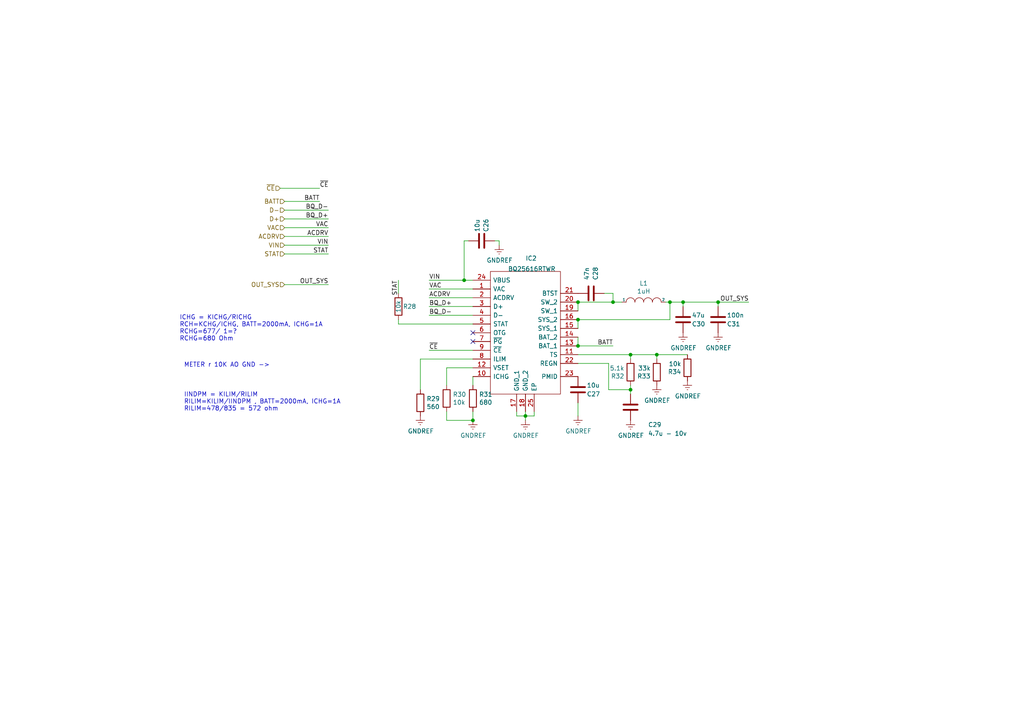
<source format=kicad_sch>
(kicad_sch (version 20231120) (generator "eeschema") (generator_version "8.0")
  (paper "A4")
  (lib_symbols
    (symbol "Device:C" (pin_numbers hide) (pin_names (offset 0.254))
      (property "Reference" "C" (at 0.635 2.54 0))
      (property "Value" "C" (at 0.635 -2.54 0))
      (symbol "C_0_1"
        (polyline (pts (xy -2.032 -0.762) (xy 2.032 -0.762)) (stroke (width 0.508)))
        (polyline (pts (xy -2.032 0.762) (xy 2.032 0.762)) (stroke (width 0.508)))
      )
      (symbol "C_1_1"
        (pin passive line (at 0 3.81 270) (length 2.794) (name "~") (number "1"))
        (pin passive line (at 0 -3.81 90) (length 2.794) (name "~") (number "2"))
      )
    )
    (symbol "Device:R" (pin_numbers hide) (pin_names (offset 0))
      (property "Reference" "R" (at 2.032 0 90))
      (property "Value" "R" (at 0 0 90))
      (symbol "R_0_1"
        (rectangle (start -1.016 -2.54) (end 1.016 2.54) (stroke (width 0.254)))
      )
      (symbol "R_1_1"
        (pin passive line (at 0 3.81 270) (length 1.27) (name "~") (number "1"))
        (pin passive line (at 0 -3.81 90) (length 1.27) (name "~") (number "2"))
      )
    )
    (symbol "ESP32-rescue:BQ25616RTWT-BQ25616RTWT" (pin_names (offset 0.762))
      (property "Reference" "IC" (at 13.97 8.89 0))
      (property "Value" "BQ25616RTWT-BQ25616RTWT" (at 8.89 6.35 0))
      (symbol "BQ25616RTWT-BQ25616RTWT_0_0"
        (pin passive line (at 0 0 0) (length 5.08) (name "VAC") (number "1"))
        (pin passive line (at 0 -25.4 0) (length 5.08) (name "ICHG") (number "10"))
        (pin passive line (at 30.48 -19.05 180) (length 5.08) (name "TS") (number "11"))
        (pin passive line (at 0 -22.86 0) (length 5.08) (name "VSET") (number "12"))
        (pin passive line (at 30.48 -16.51 180) (length 5.08) (name "BAT_1") (number "13"))
        (pin passive line (at 30.48 -13.97 180) (length 5.08) (name "BAT_2") (number "14"))
        (pin passive line (at 30.48 -11.43 180) (length 5.08) (name "SYS_1") (number "15"))
        (pin passive line (at 30.48 -8.89 180) (length 5.08) (name "SYS_2") (number "16"))
        (pin passive line (at 12.7 -35.56 90) (length 5.08) (name "GND_1") (number "17"))
        (pin passive line (at 15.24 -35.56 90) (length 5.08) (name "GND_2") (number "18"))
        (pin passive line (at 30.48 -6.35 180) (length 5.08) (name "SW_1") (number "19"))
        (pin passive line (at 0 -2.54 0) (length 5.08) (name "ACDRV") (number "2"))
        (pin passive line (at 30.48 -3.81 180) (length 5.08) (name "SW_2") (number "20"))
        (pin passive line (at 30.48 -1.27 180) (length 5.08) (name "BTST") (number "21"))
        (pin passive line (at 30.48 -21.59 180) (length 5.08) (name "REGN") (number "22"))
        (pin passive line (at 30.48 -25.4 180) (length 5.08) (name "PMID") (number "23"))
        (pin passive line (at 0 2.54 0) (length 5.08) (name "VBUS") (number "24"))
        (pin passive line (at 17.78 -35.56 90) (length 5.08) (name "EP") (number "25"))
        (pin passive line (at 0 -5.08 0) (length 5.08) (name "D+") (number "3"))
        (pin passive line (at 0 -7.62 0) (length 5.08) (name "D-") (number "4"))
        (pin passive line (at 0 -10.16 0) (length 5.08) (name "STAT") (number "5"))
        (pin passive line (at 0 -12.7 0) (length 5.08) (name "OTG") (number "6"))
        (pin passive line (at 0 -15.24 0) (length 5.08) (name "~{PG}") (number "7"))
        (pin passive line (at 0 -20.32 0) (length 5.08) (name "ILIM") (number "8"))
        (pin passive line (at 0 -17.78 0) (length 5.08) (name "~{CE}") (number "9"))
      )
      (symbol "BQ25616RTWT-BQ25616RTWT_0_1"
        (polyline (pts (xy 5.08 5.08) (xy 25.4 5.08) (xy 25.4 -30.48) (xy 5.08 -30.48) (xy 5.08 5.08)) (stroke (width 0.1524)))
      )
    )
    (symbol "ESP32-rescue:INDUCTOR-pspice" (pin_numbers hide) (pin_names (offset 0))
      (property "Reference" "L" (at 0 2.54 0))
      (property "Value" "pspice_INDUCTOR" (at 0 -1.27 0))
      (symbol "INDUCTOR-pspice_0_1"
        (arc (start -2.54 0) (mid -3.81 1.2645) (end -5.08 0))
        (arc (start 0 0) (mid -1.27 1.2645) (end -2.54 0))
        (arc (start 2.54 0) (mid 1.27 1.2645) (end 0 0))
        (arc (start 5.08 0) (mid 3.81 1.2645) (end 2.54 0))
      )
      (symbol "INDUCTOR-pspice_1_1"
        (pin input line (at -6.35 0 0) (length 1.27) (name "1") (number "1"))
        (pin input line (at 6.35 0 180) (length 1.27) (name "2") (number "2"))
      )
    )
    (symbol "power:GNDREF" (power) (pin_names (offset 0))
      (property "Value" "GNDREF" (at 0 -3.81 0))
      (symbol "GNDREF_0_1"
        (polyline (pts (xy -0.635 -1.905) (xy 0.635 -1.905)))
        (polyline (pts (xy -0.127 -2.54) (xy 0.127 -2.54)))
        (polyline (pts (xy 0 -1.27) (xy 0 0)))
        (polyline (pts (xy 1.27 -1.27) (xy -1.27 -1.27)))
      )
      (symbol "GNDREF_1_1"
        (pin power_in line (at 0 0 270) (length 0) hide (name "GNDREF") (number "1"))
      )
    )
  )
  (junction (at 134.62 81.28))
  (junction (at 190.5 102.87))
  (junction (at 167.64 100.33))
  (junction (at 177.8 87.63))
  (junction (at 198.12 87.63))
  (junction (at 167.64 92.71))
  (junction (at 194.31 87.63))
  (junction (at 208.28 87.63))
  (junction (at 182.88 102.87))
  (junction (at 167.64 87.63))
  (junction (at 182.88 113.03))
  (junction (at 137.16 121.92))
  (junction (at 152.4 120.65))
  (no_connect (at 137.16 96.52))
  (no_connect (at 137.16 99.06))
  (wire (pts (xy 82.55 82.55) (xy 95.25 82.55)))
  (wire (pts (xy 135.89 69.85) (xy 134.62 69.85)))
  (wire (pts (xy 124.46 86.36) (xy 137.16 86.36)))
  (wire (pts (xy 198.12 88.9) (xy 198.12 87.63)))
  (wire (pts (xy 137.16 109.22) (xy 137.16 111.76)))
  (wire (pts (xy 190.5 102.87) (xy 199.39 102.87)))
  (wire (pts (xy 208.28 87.63) (xy 217.17 87.63)))
  (wire (pts (xy 176.53 113.03) (xy 182.88 113.03)))
  (wire (pts (xy 167.64 100.33) (xy 177.8 100.33)))
  (wire (pts (xy 82.55 66.04) (xy 95.25 66.04)))
  (wire (pts (xy 134.62 81.28) (xy 137.16 81.28)))
  (wire (pts (xy 82.55 63.5) (xy 95.25 63.5)))
  (wire (pts (xy 129.54 121.92) (xy 137.16 121.92)))
  (wire (pts (xy 115.57 93.98) (xy 137.16 93.98)))
  (wire (pts (xy 124.46 81.28) (xy 134.62 81.28)))
  (wire (pts (xy 115.57 81.28) (xy 115.57 85.09)))
  (wire (pts (xy 167.64 102.87) (xy 182.88 102.87)))
  (wire (pts (xy 152.4 121.92) (xy 152.4 120.65)))
  (wire (pts (xy 194.31 92.71) (xy 194.31 87.63)))
  (wire (pts (xy 167.64 97.79) (xy 167.64 100.33)))
  (wire (pts (xy 82.55 58.42) (xy 92.71 58.42)))
  (wire (pts (xy 137.16 91.44) (xy 124.46 91.44)))
  (wire (pts (xy 82.55 60.96) (xy 95.25 60.96)))
  (wire (pts (xy 194.31 87.63) (xy 193.04 87.63)))
  (wire (pts (xy 137.16 88.9) (xy 124.46 88.9)))
  (wire (pts (xy 149.86 119.38) (xy 149.86 120.65)))
  (wire (pts (xy 154.94 120.65) (xy 152.4 120.65)))
  (wire (pts (xy 115.57 92.71) (xy 115.57 93.98)))
  (wire (pts (xy 143.51 69.85) (xy 144.78 69.85)))
  (wire (pts (xy 194.31 87.63) (xy 198.12 87.63)))
  (wire (pts (xy 167.64 92.71) (xy 194.31 92.71)))
  (wire (pts (xy 82.55 68.58) (xy 95.25 68.58)))
  (wire (pts (xy 129.54 106.68) (xy 129.54 111.76)))
  (wire (pts (xy 167.64 92.71) (xy 167.64 95.25)))
  (wire (pts (xy 137.16 104.14) (xy 121.92 104.14)))
  (wire (pts (xy 149.86 120.65) (xy 152.4 120.65)))
  (wire (pts (xy 167.64 90.17) (xy 167.64 87.63)))
  (wire (pts (xy 198.12 87.63) (xy 208.28 87.63)))
  (wire (pts (xy 134.62 69.85) (xy 134.62 81.28)))
  (wire (pts (xy 152.4 120.65) (xy 152.4 119.38)))
  (wire (pts (xy 167.64 116.84) (xy 167.64 120.65)))
  (wire (pts (xy 176.53 105.41) (xy 176.53 113.03)))
  (wire (pts (xy 124.46 101.6) (xy 137.16 101.6)))
  (wire (pts (xy 154.94 119.38) (xy 154.94 120.65)))
  (wire (pts (xy 182.88 111.76) (xy 182.88 113.03)))
  (wire (pts (xy 121.92 104.14) (xy 121.92 113.03)))
  (wire (pts (xy 177.8 87.63) (xy 177.8 85.09)))
  (wire (pts (xy 144.78 69.85) (xy 144.78 71.12)))
  (wire (pts (xy 177.8 87.63) (xy 180.34 87.63)))
  (wire (pts (xy 82.55 73.66) (xy 95.25 73.66)))
  (wire (pts (xy 208.28 88.9) (xy 208.28 87.63)))
  (wire (pts (xy 182.88 104.14) (xy 182.88 102.87)))
  (wire (pts (xy 167.64 87.63) (xy 177.8 87.63)))
  (wire (pts (xy 137.16 119.38) (xy 137.16 121.92)))
  (wire (pts (xy 82.55 71.12) (xy 95.25 71.12)))
  (wire (pts (xy 81.28 54.61) (xy 92.71 54.61)))
  (wire (pts (xy 182.88 102.87) (xy 190.5 102.87)))
  (wire (pts (xy 177.8 85.09) (xy 175.26 85.09)))
  (wire (pts (xy 129.54 106.68) (xy 137.16 106.68)))
  (wire (pts (xy 167.64 105.41) (xy 176.53 105.41)))
  (wire (pts (xy 182.88 113.03) (xy 182.88 114.3)))
  (wire (pts (xy 129.54 119.38) (xy 129.54 121.92)))
  (wire (pts (xy 190.5 104.14) (xy 190.5 102.87)))
  (wire (pts (xy 124.46 83.82) (xy 137.16 83.82)))
  (text "ICHG = KICHG/RICHG\nRCH=KCHG/ICHG, BATT=2000mA, ICHG=1A\nRCHG=677/ 1=?\nRCHG=680 Ohm" (at 52.07 99.06 0) (effects (font (size 1.27 1.27)) (justify left bottom)))
  (text "IINDPM = KILIM/RILIM\nRILIM=KILIM/IINDPM , BATT=2000mA, ICHG=1A\nRILIM=478/835 = 572 ohm" (at 53.34 119.38 0) (effects (font (size 1.27 1.27)) (justify left bottom)))
  (text "METER r 10K AO GND ->" (at 53.34 106.68 0) (effects (font (size 1.27 1.27)) (justify left bottom)))
  (label "STAT" (at 115.57 81.28 270))
  (label "VAC" (at 124.46 83.82 0))
  (label "VAC" (at 95.25 66.04 180))
  (label "OUT_SYS" (at 95.25 82.55 180))
  (label "BATT" (at 92.71 58.42 180))
  (label "VIN" (at 95.25 71.12 180))
  (label "BATT" (at 177.8 100.33 180))
  (label "BQ_D-" (at 95.25 60.96 180))
  (label "OUT_SYS" (at 217.17 87.63 180))
  (label "BQ_D+" (at 95.25 63.5 180))
  (label "ACDRV" (at 124.46 86.36 0))
  (label "STAT" (at 95.25 73.66 180))
  (label "BQ_D+" (at 124.46 88.9 0))
  (label "BQ_D-" (at 124.46 91.44 0))
  (label "VIN" (at 124.46 81.28 0))
  (label "~{CE}" (at 92.71 54.61 0))
  (label "~{CE}" (at 124.46 101.6 0))
  (label "ACDRV" (at 95.25 68.58 180))
  (hierarchical_label "VAC" (shape input) (at 82.55 66.04 180))
  (hierarchical_label "BATT" (shape input) (at 82.55 58.42 180))
  (hierarchical_label "D-" (shape input) (at 82.55 60.96 180))
  (hierarchical_label "D+" (shape input) (at 82.55 63.5 180))
  (hierarchical_label "OUT_SYS" (shape input) (at 82.55 82.55 180))
  (hierarchical_label "VIN" (shape input) (at 82.55 71.12 180))
  (hierarchical_label "~{CE}" (shape input) (at 81.28 54.61 180))
  (hierarchical_label "STAT" (shape input) (at 82.55 73.66 180))
  (hierarchical_label "ACDRV" (shape input) (at 82.55 68.58 180))
  (symbol (lib_id "Device:R") (at 137.16 115.57 0) (unit 1)
    (property "Reference" "R31" (at 138.938 114.4016 0) (effects (justify left)))
    (property "Value" "680" (at 138.938 116.713 0) (effects (justify left)))
    (property "Footprint" "Resistor_SMD:R_0603_1608Metric" (effects (hide yes)))
    (property "PN" "0603WAF6800T5E" (effects (hide yes)))
  )
  (symbol (lib_id "power:GNDREF") (at 208.28 96.52 0) (unit 1)
    (property "Reference" "#PWR044" (effects (hide yes)))
    (property "Value" "GNDREF" (at 208.407 100.9142 0))
  )
  (symbol (lib_id "power:GNDREF") (at 198.12 96.52 0) (unit 1)
    (property "Reference" "#PWR042" (effects (hide yes)))
    (property "Value" "GNDREF" (at 198.247 100.9142 0))
  )
  (symbol (lib_id "Device:R") (at 121.92 116.84 0) (unit 1)
    (property "Reference" "R29" (at 123.698 115.6716 0) (effects (justify left)))
    (property "Value" "560" (at 123.698 117.983 0) (effects (justify left)))
    (property "Footprint" "Resistor_SMD:R_0603_1608Metric" (effects (hide yes)))
    (property "PN" "0603WAF5600T5E" (effects (hide yes)))
  )
  (symbol (lib_id "power:GNDREF") (at 137.16 121.92 0) (unit 1)
    (property "Reference" "#PWR036" (effects (hide yes)))
    (property "Value" "GNDREF" (at 137.287 126.3142 0))
  )
  (symbol (lib_id "power:GNDREF") (at 121.92 120.65 0) (unit 1)
    (property "Reference" "#PWR035" (effects (hide yes)))
    (property "Value" "GNDREF" (at 122.047 125.0442 0))
  )
  (symbol (lib_id "power:GNDREF") (at 167.64 120.65 0) (unit 1)
    (property "Reference" "#PWR039" (effects (hide yes)))
    (property "Value" "GNDREF" (at 167.767 125.0442 0))
  )
  (symbol (lib_id "Device:R") (at 199.39 106.68 180) (unit 1)
    (property "Reference" "R34" (at 197.612 107.8484 0) (effects (justify left)))
    (property "Value" "10k" (at 197.612 105.537 0) (effects (justify left)))
    (property "Footprint" "Resistor_SMD:R_0603_1608Metric" (effects (hide yes)))
    (property "PN" "FRC0603J103TS" (effects (hide yes)))
  )
  (symbol (lib_id "ESP32-rescue:BQ25616RTWT-BQ25616RTWT") (at 137.16 83.82 0) (unit 1)
    (property "Reference" "IC2" (at 152.4 74.93 0) (effects (justify left)))
    (property "Value" "BQ25616RTWR" (at 147.32 78.74 0) (effects (justify left bottom)))
    (property "Footprint" "Footprints:QFN50P400X400X80-25N-D" (effects (hide yes)))
    (property "Datasheet" "https://www.ti.com/lit/gpn/BQ25616" (effects (hide yes)))
    (property "Description" "Battery Management Standalone 1-cell 3.0-A buck battery charger with power path and 1.2-A boost operation 24-WQFN -40 to 85" (effects (hide yes)))
    (property "Height" "0.8" (effects (hide yes)))
    (property "Mouser Part Number" "595-BQ25616RTWT" (effects (hide yes)))
    (property "Mouser Price/Stock" "https://www.mouser.co.uk/ProductDetail/Texas-Instruments/BQ25616RTWT?qs=GBLSl2AkirsF1eaqdbkEeA%3D%3D" (effects (hide yes)))
    (property "Manufacturer_Name" "Texas Instruments" (effects (hide yes)))
    (property "PN" "BQ25616RTWR" (effects (hide yes)))
  )
  (symbol (lib_id "Device:C") (at 167.64 113.03 0) (unit 1)
    (property "Reference" "C27" (at 170.18 114.3 0) (effects (justify left)))
    (property "Value" "10u" (at 170.18 111.76 0) (effects (justify left)))
    (property "Footprint" "Capacitor_SMD:C_0603_1608Metric" (effects (hide yes)))
    (property "PN" "0603X106M250NT" (effects (hide yes)))
  )
  (symbol (lib_id "Device:C") (at 171.45 85.09 90) (unit 1)
    (property "Reference" "C28" (at 172.72 81.28 0) (effects (justify left)))
    (property "Value" "47n" (at 170.18 81.28 0) (effects (justify left)))
    (property "Footprint" "Capacitor_SMD:C_0603_1608Metric" (effects (hide yes)))
    (property "PN" "0603B473K500NT" (effects (hide yes)))
  )
  (symbol (lib_id "power:GNDREF") (at 144.78 71.12 0) (unit 1)
    (property "Reference" "#PWR037" (effects (hide yes)))
    (property "Value" "GNDREF" (at 144.907 75.5142 0))
  )
  (symbol (lib_id "Device:R") (at 129.54 115.57 0) (unit 1)
    (property "Reference" "R30" (at 131.318 114.4016 0) (effects (justify left)))
    (property "Value" "10k" (at 131.318 116.713 0) (effects (justify left)))
    (property "Footprint" "Resistor_SMD:R_0603_1608Metric" (effects (hide yes)))
    (property "PN" "FRC0603J103TS" (effects (hide yes)))
  )
  (symbol (lib_id "power:GNDREF") (at 190.5 111.76 0) (unit 1)
    (property "Reference" "#PWR041" (effects (hide yes)))
    (property "Value" "GNDREF" (at 190.627 116.1542 0))
  )
  (symbol (lib_id "power:GNDREF") (at 199.39 110.49 0) (unit 1)
    (property "Reference" "#PWR043" (effects (hide yes)))
    (property "Value" "GNDREF" (at 199.517 114.8842 0))
  )
  (symbol (lib_id "Device:C") (at 198.12 92.71 0) (unit 1)
    (property "Reference" "C30" (at 200.66 93.98 0) (effects (justify left)))
    (property "Value" "47u" (at 200.66 91.44 0) (effects (justify left)))
    (property "Footprint" "Capacitor_SMD:C_0603_1608Metric" (effects (hide yes)))
    (property "PN" "GRM188R60J476ME15D" (effects (hide yes)))
  )
  (symbol (lib_id "Device:R") (at 190.5 107.95 180) (unit 1)
    (property "Reference" "R33" (at 188.722 109.1184 0) (effects (justify left)))
    (property "Value" "33k" (at 188.722 106.807 0) (effects (justify left)))
    (property "Footprint" "Resistor_SMD:R_0603_1608Metric" (effects (hide yes)))
    (property "PN" "WR06X3302FTL" (effects (hide yes)))
  )
  (symbol (lib_id "Device:R") (at 115.57 88.9 0) (unit 1)
    (property "Reference" "R28" (at 116.84 88.9 0) (effects (justify left)))
    (property "Value" "10k" (at 115.57 88.9 90))
    (property "Footprint" "Resistor_SMD:R_0603_1608Metric" (effects (hide yes)))
    (property "PN" "FRC0603J103TS" (effects (hide yes)))
  )
  (symbol (lib_id "Device:C") (at 139.7 69.85 90) (unit 1)
    (property "Reference" "C26" (at 140.97 67.31 0) (effects (justify left)))
    (property "Value" "10u" (at 138.43 67.31 0) (effects (justify left)))
    (property "Footprint" "Capacitor_SMD:C_0603_1608Metric" (effects (hide yes)))
    (property "PN" "0603X106M250NT" (effects (hide yes)))
  )
  (symbol (lib_id "Device:C") (at 208.28 92.71 0) (unit 1)
    (property "Reference" "C31" (at 210.82 93.98 0) (effects (justify left)))
    (property "Value" "100n" (at 210.82 91.44 0) (effects (justify left)))
    (property "Footprint" "Capacitor_SMD:C_0603_1608Metric" (effects (hide yes)))
    (property "PN" "CC0603KRX7R9BB104" (effects (hide yes)))
  )
  (symbol (lib_id "power:GNDREF") (at 152.4 121.92 0) (unit 1)
    (property "Reference" "#PWR038" (effects (hide yes)))
    (property "Value" "GNDREF" (at 152.527 126.3142 0))
  )
  (symbol (lib_id "power:GNDREF") (at 182.88 121.92 0) (unit 1)
    (property "Reference" "#PWR040" (effects (hide yes)))
    (property "Value" "GNDREF" (at 183.007 126.3142 0))
  )
  (symbol (lib_id "Device:R") (at 182.88 107.95 180) (unit 1)
    (property "Reference" "R32" (at 181.102 109.1184 0) (effects (justify left)))
    (property "Value" "5.1k" (at 181.102 106.807 0) (effects (justify left)))
    (property "Footprint" "Resistor_SMD:R_0603_1608Metric" (effects (hide yes)))
    (property "PN" "0603WAF5101T5E" (effects (hide yes)))
  )
  (symbol (lib_id "ESP32-rescue:INDUCTOR-pspice") (at 186.69 87.63 0) (unit 1)
    (property "Reference" "L1" (at 186.69 82.169 0))
    (property "Value" "1uH" (at 186.69 84.4804 0))
    (property "Footprint" "Footprints:inductor_bourns_4x4" (effects (hide yes)))
    (property "PN" "WPN4020H1R0MT" (effects (hide yes)))
  )
  (symbol (lib_id "Device:C") (at 182.88 118.11 0) (unit 1)
    (property "Reference" "C29" (at 187.96 123.19 0) (effects (justify left)))
    (property "Value" "4.7u - 10v" (at 187.96 125.73 0) (effects (justify left)))
    (property "Footprint" "Capacitor_SMD:C_0603_1608Metric" (effects (hide yes)))
    (property "PN" "GRM188R61A475KE15D" (effects (hide yes)))
  )
)
</source>
